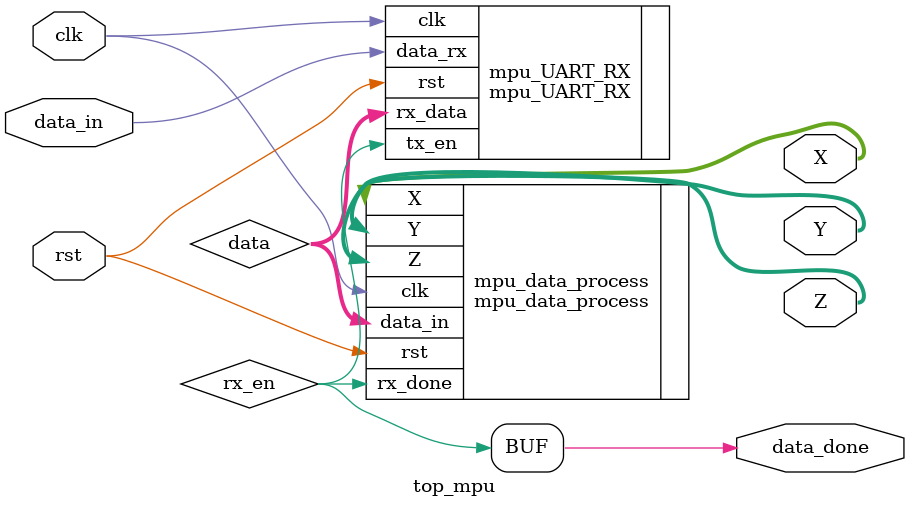
<source format=v>
`timescale 1ns / 1ps
module top_mpu(
	input clk,
	input rst,
	input data_in,
	output data_done,
	output [9:0] X,
	output [9:0] Y,
	output [9:0] Z
	);
	
	wire rx_en;
	wire [7:0] data;
	
	assign data_done = rx_en;

	mpu_UART_RX mpu_UART_RX(
	.clk(clk),
	.rst(rst),
	.data_rx(data_in),
	.tx_en(rx_en),
	.rx_data(data)
    );
	
	
	mpu_data_process mpu_data_process(
	.clk(clk),
	.rst(rst),
	.rx_done(rx_en),
	.data_in(data),
	.X(X),
	.Y(Y),
	.Z(Z)
    );
	
endmodule

</source>
